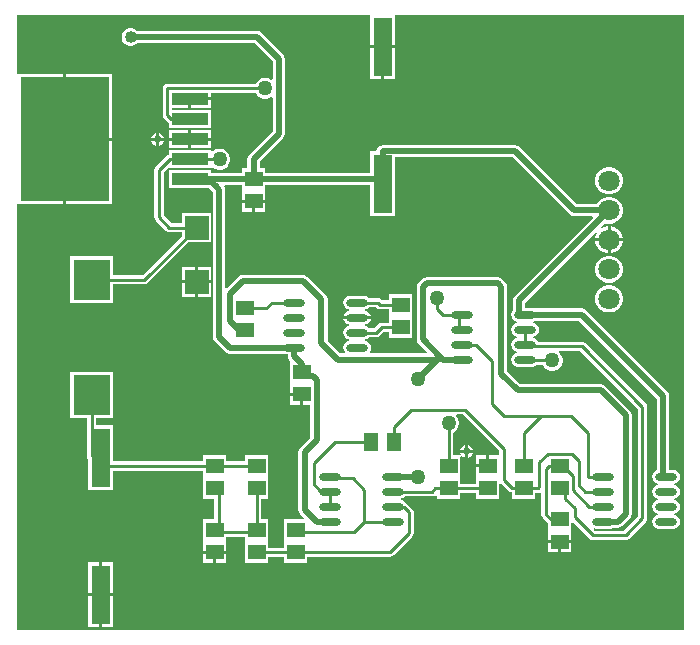
<source format=gtl>
G04*
G04 #@! TF.GenerationSoftware,Altium Limited,Altium Designer,22.0.2 (36)*
G04*
G04 Layer_Physical_Order=1*
G04 Layer_Color=255*
%FSLAX25Y25*%
%MOIN*%
G70*
G04*
G04 #@! TF.SameCoordinates,0D3B301A-5C7D-42CB-B649-B08759771362*
G04*
G04*
G04 #@! TF.FilePolarity,Positive*
G04*
G01*
G75*
%ADD11C,0.01000*%
%ADD16O,0.07343X0.02480*%
%ADD17R,0.05906X0.05118*%
%ADD18R,0.06299X0.19685*%
%ADD19R,0.12284X0.13480*%
%ADD20C,0.04000*%
%ADD21R,0.05118X0.05906*%
%ADD22R,0.29610X0.41600*%
%ADD23R,0.12137X0.04016*%
%ADD24R,0.07874X0.07874*%
%ADD37C,0.02000*%
%ADD38C,0.07087*%
%ADD39C,0.02362*%
%ADD40C,0.05000*%
G36*
X224951Y2549D02*
X2549D01*
Y143838D01*
X2695Y144277D01*
X3049Y144277D01*
X18000D01*
Y166077D01*
Y187877D01*
X3049D01*
X2695Y187877D01*
X2549Y188317D01*
Y207451D01*
X120350D01*
Y197412D01*
X124500D01*
X128650D01*
Y207451D01*
X224951D01*
Y2549D01*
D02*
G37*
%LPC*%
G36*
X128650Y196412D02*
X125000D01*
Y186069D01*
X128650D01*
Y196412D01*
D02*
G37*
G36*
X124000D02*
X120350D01*
Y186069D01*
X124000D01*
Y196412D01*
D02*
G37*
G36*
X40895Y203077D02*
X40105D01*
X39342Y202873D01*
X38658Y202478D01*
X38099Y201919D01*
X37704Y201235D01*
X37500Y200472D01*
Y199682D01*
X37704Y198919D01*
X38099Y198235D01*
X38658Y197677D01*
X39342Y197282D01*
X40105Y197077D01*
X40895D01*
X41658Y197282D01*
X42342Y197677D01*
X42704Y198038D01*
X81878D01*
X87861Y192055D01*
Y186153D01*
X87361Y185909D01*
X86751Y186261D01*
X85861Y186500D01*
X84939D01*
X84049Y186261D01*
X83251Y185801D01*
X82599Y185149D01*
X82241Y184529D01*
X52700D01*
X52115Y184413D01*
X51619Y184081D01*
X51287Y183585D01*
X51171Y183000D01*
Y174000D01*
X51287Y173415D01*
X51619Y172919D01*
X52849Y171689D01*
X53242Y171426D01*
Y169762D01*
X67379D01*
Y175778D01*
X54229D01*
Y176455D01*
X59810D01*
Y179463D01*
X60310D01*
Y179963D01*
X67379D01*
Y181471D01*
X82241D01*
X82599Y180851D01*
X83251Y180199D01*
X84049Y179738D01*
X84939Y179500D01*
X85861D01*
X86751Y179738D01*
X87361Y180091D01*
X87861Y179847D01*
Y168645D01*
X80058Y160842D01*
X79616Y160180D01*
X79461Y159400D01*
Y156376D01*
X77547D01*
Y154731D01*
X67379D01*
Y155699D01*
X53242D01*
Y149683D01*
X66586D01*
X67387Y148883D01*
X67387Y148883D01*
X67961Y148309D01*
Y100077D01*
X68116Y99297D01*
X68558Y98635D01*
X72058Y95135D01*
X72720Y94693D01*
X73500Y94538D01*
X91528D01*
X91634Y94467D01*
X92508Y94293D01*
X92900D01*
Y93761D01*
X93055Y92981D01*
X93352Y92536D01*
X93547Y92116D01*
Y85136D01*
X93547Y84998D01*
X93547D01*
Y84636D01*
X93547D01*
Y81577D01*
X97500D01*
Y81077D01*
X98000D01*
Y77518D01*
X100461D01*
Y66545D01*
X97058Y63142D01*
X96616Y62480D01*
X96461Y61700D01*
Y42577D01*
X96616Y41797D01*
X97058Y41135D01*
X98305Y39888D01*
X98114Y39426D01*
X91547D01*
Y32308D01*
X91547D01*
Y31946D01*
X91547D01*
Y29916D01*
X88950D01*
X88699Y29866D01*
X86453D01*
Y31758D01*
X86453Y31896D01*
Y32258D01*
X86453Y32396D01*
Y39376D01*
X84029D01*
Y46088D01*
X86453D01*
Y53068D01*
X86453Y53206D01*
Y53568D01*
X86453Y53706D01*
Y60686D01*
X78547D01*
Y58656D01*
X75450D01*
X75199Y58607D01*
X72453D01*
Y60636D01*
X64547D01*
Y58607D01*
X34650D01*
Y70677D01*
X29029D01*
Y73055D01*
X34642D01*
Y88536D01*
X20358D01*
Y73055D01*
X25971D01*
Y60335D01*
X26087Y59749D01*
X26350Y59355D01*
Y48992D01*
X34650D01*
Y55548D01*
X64547D01*
Y53656D01*
X64547Y53518D01*
Y53156D01*
X64547Y53018D01*
Y46038D01*
X68471D01*
Y39376D01*
X64547D01*
Y32396D01*
X64547Y32258D01*
Y31896D01*
X64547Y31758D01*
Y28837D01*
X68500D01*
X72453D01*
Y31758D01*
X72453Y31896D01*
Y32258D01*
X72453Y32396D01*
Y33471D01*
X78547D01*
Y32396D01*
X78547Y32258D01*
Y31896D01*
X78547Y31758D01*
Y24778D01*
X86453D01*
Y26808D01*
X88900D01*
X89151Y26858D01*
X91547D01*
Y24828D01*
X99453D01*
Y26858D01*
X127087D01*
X127672Y26974D01*
X128168Y27306D01*
X134381Y33519D01*
X134713Y34015D01*
X134829Y34600D01*
Y41700D01*
X134713Y42285D01*
X134381Y42781D01*
X132788Y44375D01*
X132545Y44538D01*
X132107Y45192D01*
X131366Y45687D01*
X130688Y45822D01*
Y46332D01*
X131366Y46467D01*
X132107Y46962D01*
X132164Y47048D01*
X141077D01*
X141663Y47164D01*
X142047Y47421D01*
X142547Y47246D01*
Y46038D01*
X150453D01*
Y48067D01*
X152900D01*
X153151Y48117D01*
X155547D01*
Y46088D01*
X163453D01*
Y51216D01*
X163808Y51370D01*
X163953Y51384D01*
X166552Y48785D01*
X167048Y48454D01*
X167547Y48355D01*
Y46088D01*
X175453D01*
Y48117D01*
X176214D01*
X176799Y48234D01*
X176971Y48348D01*
X177471Y48081D01*
Y40887D01*
X177587Y40302D01*
X177919Y39806D01*
X179419Y38306D01*
X179547Y38220D01*
Y35966D01*
X179547Y35828D01*
Y35466D01*
X179547Y35328D01*
Y32407D01*
X183500D01*
X187453D01*
Y35328D01*
X187453Y35466D01*
Y35828D01*
X187453Y35966D01*
Y38231D01*
X187915Y38422D01*
X193419Y32919D01*
X193915Y32587D01*
X194500Y32471D01*
X205500D01*
X206085Y32587D01*
X206581Y32919D01*
X212211Y38548D01*
X212543Y39044D01*
X212659Y39630D01*
Y76870D01*
X212543Y77456D01*
X212211Y77952D01*
X192081Y98081D01*
X191585Y98413D01*
X191000Y98529D01*
X176498D01*
X176107Y99115D01*
X175366Y99610D01*
X174688Y99745D01*
Y100255D01*
X175366Y100390D01*
X176107Y100885D01*
X176602Y101626D01*
X176776Y102500D01*
X176602Y103374D01*
X176107Y104115D01*
X175366Y104610D01*
X174688Y104745D01*
Y105255D01*
X175366Y105390D01*
X175588Y105538D01*
X190078D01*
X216061Y79555D01*
Y55671D01*
X215756Y55610D01*
X215015Y55115D01*
X214520Y54374D01*
X214346Y53500D01*
X214520Y52626D01*
X215015Y51885D01*
X215756Y51390D01*
X216434Y51255D01*
Y50745D01*
X215756Y50610D01*
X215015Y50115D01*
X214520Y49374D01*
X214346Y48500D01*
X214520Y47626D01*
X215015Y46885D01*
X215756Y46390D01*
X216434Y46255D01*
Y45745D01*
X215756Y45610D01*
X215015Y45115D01*
X214520Y44374D01*
X214346Y43500D01*
X214520Y42626D01*
X215015Y41885D01*
X215756Y41390D01*
X216434Y41255D01*
Y40745D01*
X215756Y40610D01*
X215015Y40115D01*
X214520Y39374D01*
X214346Y38500D01*
X214520Y37626D01*
X215015Y36885D01*
X215756Y36390D01*
X216630Y36216D01*
X221492D01*
X222366Y36390D01*
X223107Y36885D01*
X223602Y37626D01*
X223776Y38500D01*
X223602Y39374D01*
X223107Y40115D01*
X222366Y40610D01*
X221688Y40745D01*
Y41255D01*
X222366Y41390D01*
X223107Y41885D01*
X223602Y42626D01*
X223776Y43500D01*
X223602Y44374D01*
X223107Y45115D01*
X222366Y45610D01*
X221688Y45745D01*
Y46255D01*
X222366Y46390D01*
X223107Y46885D01*
X223602Y47626D01*
X223776Y48500D01*
X223602Y49374D01*
X223107Y50115D01*
X222366Y50610D01*
X221688Y50745D01*
Y51255D01*
X222366Y51390D01*
X223107Y51885D01*
X223602Y52626D01*
X223776Y53500D01*
X223602Y54374D01*
X223107Y55115D01*
X222366Y55610D01*
X221492Y55784D01*
X220139D01*
Y80400D01*
X219984Y81180D01*
X219542Y81842D01*
X219542Y81842D01*
X192365Y109019D01*
X191703Y109461D01*
X190923Y109616D01*
X175335D01*
X174492Y109784D01*
X172039D01*
Y111498D01*
X195727Y135186D01*
X196127Y134879D01*
X195766Y134254D01*
X195457Y133098D01*
Y133000D01*
X199500D01*
Y137043D01*
X199402D01*
X198246Y136734D01*
X197621Y136373D01*
X197314Y136773D01*
X198565Y138024D01*
X199402Y137799D01*
X200598D01*
X201754Y138109D01*
X202790Y138707D01*
X203636Y139553D01*
X204234Y140589D01*
X204543Y141744D01*
Y142941D01*
X204234Y144096D01*
X203636Y145132D01*
X202790Y145978D01*
X201754Y146576D01*
X200598Y146886D01*
X199402D01*
X198246Y146576D01*
X197210Y145978D01*
X196364Y145132D01*
X195931Y144382D01*
X189302D01*
X170242Y163442D01*
X169580Y163884D01*
X168800Y164039D01*
X124500D01*
X123720Y163884D01*
X123058Y163442D01*
X122616Y162780D01*
X122478Y162085D01*
X120350D01*
Y154856D01*
X85453D01*
Y156376D01*
X83539D01*
Y158555D01*
X91342Y166358D01*
X91784Y167020D01*
X91939Y167800D01*
Y192900D01*
X91784Y193680D01*
X91342Y194342D01*
X84165Y201519D01*
X83503Y201961D01*
X82723Y202116D01*
X42704D01*
X42342Y202478D01*
X41658Y202873D01*
X40895Y203077D01*
D02*
G37*
G36*
X67379Y178963D02*
X60810D01*
Y176455D01*
X67379D01*
Y178963D01*
D02*
G37*
G36*
Y169085D02*
X60810D01*
Y166577D01*
X67379D01*
Y169085D01*
D02*
G37*
G36*
X59810D02*
X53242D01*
Y166577D01*
X59810D01*
Y169085D01*
D02*
G37*
G36*
X19000Y187877D02*
Y166577D01*
X34305D01*
Y187877D01*
X19000D01*
D02*
G37*
G36*
X50000Y168154D02*
Y166500D01*
X51654D01*
X51349Y167236D01*
X50735Y167849D01*
X50000Y168154D01*
D02*
G37*
G36*
X49000D02*
X48265Y167849D01*
X47651Y167236D01*
X47346Y166500D01*
X49000D01*
Y168154D01*
D02*
G37*
G36*
X51654Y165500D02*
X50000D01*
Y163846D01*
X50735Y164151D01*
X51349Y164764D01*
X51654Y165500D01*
D02*
G37*
G36*
X49000D02*
X47346D01*
X47651Y164764D01*
X48265Y164151D01*
X49000Y163846D01*
Y165500D01*
D02*
G37*
G36*
X67379Y165577D02*
X60810D01*
Y163069D01*
X67379D01*
Y165577D01*
D02*
G37*
G36*
X59810D02*
X53242D01*
Y163069D01*
X59810D01*
Y165577D01*
D02*
G37*
G36*
X70661Y162884D02*
X69739D01*
X68849Y162646D01*
X68051Y162185D01*
X67879Y162013D01*
X67379Y162220D01*
Y162392D01*
X53242D01*
Y160862D01*
X52915Y160797D01*
X52419Y160466D01*
X48919Y156966D01*
X48587Y156470D01*
X48471Y155884D01*
Y140000D01*
X48587Y139415D01*
X48919Y138919D01*
X52364Y135474D01*
X52860Y135142D01*
X53445Y135026D01*
X57563D01*
Y133781D01*
X44516Y120734D01*
X34642D01*
Y126945D01*
X20358D01*
Y111465D01*
X34642D01*
Y117675D01*
X45150D01*
X45735Y117792D01*
X46231Y118123D01*
X59726Y131618D01*
X67437D01*
Y141492D01*
X57563D01*
Y138084D01*
X54079D01*
X51529Y140633D01*
Y155251D01*
X52827Y156548D01*
X53242Y156376D01*
Y156376D01*
X67379D01*
Y156548D01*
X67879Y156755D01*
X68051Y156583D01*
X68849Y156123D01*
X69739Y155884D01*
X70661D01*
X71551Y156123D01*
X72349Y156583D01*
X73001Y157235D01*
X73462Y158033D01*
X73700Y158923D01*
Y159845D01*
X73462Y160735D01*
X73001Y161533D01*
X72349Y162185D01*
X71551Y162646D01*
X70661Y162884D01*
D02*
G37*
G36*
X200598Y156728D02*
X199402D01*
X198246Y156419D01*
X197210Y155821D01*
X196364Y154975D01*
X195766Y153939D01*
X195457Y152783D01*
Y151587D01*
X195766Y150431D01*
X196364Y149395D01*
X197210Y148549D01*
X198246Y147951D01*
X199402Y147642D01*
X200598D01*
X201754Y147951D01*
X202790Y148549D01*
X203636Y149395D01*
X204234Y150431D01*
X204543Y151587D01*
Y152783D01*
X204234Y153939D01*
X203636Y154975D01*
X202790Y155821D01*
X201754Y156419D01*
X200598Y156728D01*
D02*
G37*
G36*
X34305Y165577D02*
X19000D01*
Y144277D01*
X34305D01*
Y165577D01*
D02*
G37*
G36*
X200598Y137043D02*
X200500D01*
Y133000D01*
X204543D01*
Y133098D01*
X204234Y134254D01*
X203636Y135290D01*
X202790Y136135D01*
X201754Y136734D01*
X200598Y137043D01*
D02*
G37*
G36*
X204543Y132000D02*
X200500D01*
Y127957D01*
X200598D01*
X201754Y128266D01*
X202790Y128865D01*
X203636Y129710D01*
X204234Y130746D01*
X204543Y131902D01*
Y132000D01*
D02*
G37*
G36*
X199500D02*
X195457D01*
Y131902D01*
X195766Y130746D01*
X196364Y129710D01*
X197210Y128865D01*
X198246Y128266D01*
X199402Y127957D01*
X199500D01*
Y132000D01*
D02*
G37*
G36*
X67437Y123382D02*
X63000D01*
Y118945D01*
X67437D01*
Y123382D01*
D02*
G37*
G36*
X62000D02*
X57563D01*
Y118945D01*
X62000D01*
Y123382D01*
D02*
G37*
G36*
X200598Y127201D02*
X199402D01*
X198246Y126891D01*
X197210Y126293D01*
X196364Y125447D01*
X195766Y124411D01*
X195457Y123256D01*
Y122060D01*
X195766Y120904D01*
X196364Y119868D01*
X197210Y119022D01*
X198246Y118424D01*
X199402Y118114D01*
X200598D01*
X201754Y118424D01*
X202790Y119022D01*
X203636Y119868D01*
X204234Y120904D01*
X204543Y122060D01*
Y123256D01*
X204234Y124411D01*
X203636Y125447D01*
X202790Y126293D01*
X201754Y126891D01*
X200598Y127201D01*
D02*
G37*
G36*
X67437Y117945D02*
X63000D01*
Y113508D01*
X67437D01*
Y117945D01*
D02*
G37*
G36*
X62000D02*
X57563D01*
Y113508D01*
X62000D01*
Y117945D01*
D02*
G37*
G36*
X200598Y117358D02*
X199402D01*
X198246Y117049D01*
X197210Y116451D01*
X196364Y115605D01*
X195766Y114569D01*
X195457Y113413D01*
Y112217D01*
X195766Y111061D01*
X196364Y110025D01*
X197210Y109179D01*
X198246Y108581D01*
X199402Y108272D01*
X200598D01*
X201754Y108581D01*
X202790Y109179D01*
X203636Y110025D01*
X204234Y111061D01*
X204543Y112217D01*
Y113413D01*
X204234Y114569D01*
X203636Y115605D01*
X202790Y116451D01*
X201754Y117049D01*
X200598Y117358D01*
D02*
G37*
G36*
X97000Y80577D02*
X93547D01*
Y77518D01*
X97000D01*
Y80577D01*
D02*
G37*
G36*
X187453Y31407D02*
X184000D01*
Y28348D01*
X187453D01*
Y31407D01*
D02*
G37*
G36*
X183000D02*
X179547D01*
Y28348D01*
X183000D01*
Y31407D01*
D02*
G37*
G36*
X72453Y27837D02*
X69000D01*
Y24778D01*
X72453D01*
Y27837D01*
D02*
G37*
G36*
X68000D02*
X64547D01*
Y24778D01*
X68000D01*
Y27837D01*
D02*
G37*
G36*
X34650Y25008D02*
X31000D01*
Y14665D01*
X34650D01*
Y25008D01*
D02*
G37*
G36*
X30000D02*
X26350D01*
Y14665D01*
X30000D01*
Y25008D01*
D02*
G37*
G36*
X34650Y13666D02*
X31000D01*
Y3323D01*
X34650D01*
Y13666D01*
D02*
G37*
G36*
X30000D02*
X26350D01*
Y3323D01*
X30000D01*
Y13666D01*
D02*
G37*
%LPD*%
G36*
X187015Y140901D02*
X187677Y140459D01*
X188457Y140303D01*
X194424D01*
X194615Y139841D01*
X168558Y113785D01*
X168116Y113123D01*
X167961Y112343D01*
Y109034D01*
X167520Y108374D01*
X167346Y107500D01*
X167520Y106626D01*
X168015Y105885D01*
X168756Y105390D01*
X169434Y105255D01*
Y104745D01*
X168756Y104610D01*
X168015Y104115D01*
X167520Y103374D01*
X167346Y102500D01*
X167520Y101626D01*
X168015Y100885D01*
X168756Y100390D01*
X169434Y100255D01*
Y99745D01*
X168756Y99610D01*
X168015Y99115D01*
X167520Y98374D01*
X167346Y97500D01*
X167520Y96626D01*
X168015Y95885D01*
X168756Y95390D01*
X169434Y95255D01*
Y94745D01*
X168756Y94610D01*
X168015Y94115D01*
X167520Y93374D01*
X167346Y92500D01*
X167520Y91626D01*
X168015Y90885D01*
X168756Y90390D01*
X169630Y90216D01*
X174492D01*
X175366Y90390D01*
X175878Y90732D01*
X177858D01*
X178216Y90112D01*
X178867Y89461D01*
X179665Y89000D01*
X180555Y88761D01*
X181477D01*
X182367Y89000D01*
X183165Y89461D01*
X183817Y90112D01*
X184278Y90910D01*
X184516Y91800D01*
Y92722D01*
X184278Y93612D01*
X183817Y94410D01*
X183256Y94971D01*
X183386Y95471D01*
X190366D01*
X209600Y76237D01*
Y40263D01*
X204867Y35529D01*
X195166D01*
X194907Y35855D01*
X195136Y36290D01*
X195508Y36216D01*
X200370D01*
X201244Y36390D01*
X201350Y36461D01*
X203000D01*
X203780Y36616D01*
X204442Y37058D01*
X206942Y39558D01*
X207384Y40220D01*
X207539Y41000D01*
Y74000D01*
X207384Y74780D01*
X206942Y75442D01*
X198642Y83742D01*
X197980Y84184D01*
X197200Y84339D01*
X170345D01*
X166039Y88645D01*
Y116828D01*
X165884Y117609D01*
X165442Y118270D01*
X165442Y118270D01*
X164270Y119442D01*
X163609Y119884D01*
X162828Y120039D01*
X139172D01*
X138391Y119884D01*
X137730Y119442D01*
X137730Y119442D01*
X136558Y118270D01*
X136116Y117609D01*
X135961Y116828D01*
Y99277D01*
X136116Y98497D01*
X136558Y97835D01*
X139315Y95078D01*
X139124Y94616D01*
X120421D01*
X120210Y95116D01*
X120602Y95703D01*
X120776Y96577D01*
X120602Y97451D01*
X120107Y98192D01*
X119366Y98687D01*
X118688Y98822D01*
Y99332D01*
X119366Y99467D01*
X120107Y99962D01*
X120164Y100048D01*
X122400D01*
X122985Y100164D01*
X123481Y100496D01*
X124793Y101808D01*
X126547D01*
Y99778D01*
X134453D01*
Y106758D01*
X134453Y106896D01*
Y107258D01*
X134453Y107396D01*
Y114376D01*
X126547D01*
Y112347D01*
X124293D01*
X123981Y112659D01*
X123485Y112990D01*
X122900Y113107D01*
X120164D01*
X120107Y113192D01*
X119366Y113687D01*
X118492Y113861D01*
X113630D01*
X112756Y113687D01*
X112015Y113192D01*
X111520Y112451D01*
X111346Y111577D01*
X111520Y110703D01*
X112015Y109962D01*
X112756Y109467D01*
X113434Y109332D01*
Y108822D01*
X112756Y108687D01*
X112015Y108192D01*
X111520Y107451D01*
X111445Y107077D01*
X116061D01*
X120677D01*
X120602Y107451D01*
X120107Y108192D01*
X119366Y108687D01*
X118688Y108822D01*
Y109332D01*
X119366Y109467D01*
X120107Y109962D01*
X120164Y110048D01*
X122266D01*
X122579Y109736D01*
X123075Y109404D01*
X123660Y109288D01*
X126547D01*
Y107396D01*
X126547Y107258D01*
Y106896D01*
X126547Y106758D01*
Y104866D01*
X124160D01*
X123574Y104750D01*
X123078Y104418D01*
X121766Y103107D01*
X120164D01*
X120107Y103192D01*
X119366Y103687D01*
X118688Y103822D01*
Y104332D01*
X119366Y104467D01*
X120107Y104962D01*
X120602Y105703D01*
X120677Y106077D01*
X116061D01*
X111445D01*
X111520Y105703D01*
X112015Y104962D01*
X112756Y104467D01*
X113434Y104332D01*
Y103822D01*
X112756Y103687D01*
X112015Y103192D01*
X111520Y102451D01*
X111346Y101577D01*
X111520Y100703D01*
X112015Y99962D01*
X112756Y99467D01*
X113434Y99332D01*
Y98822D01*
X112756Y98687D01*
X112015Y98192D01*
X111520Y97451D01*
X111346Y96577D01*
X111520Y95703D01*
X111912Y95116D01*
X111701Y94616D01*
X110345D01*
X106162Y98799D01*
Y112677D01*
X106162Y112677D01*
X106007Y113458D01*
X105565Y114119D01*
X99442Y120242D01*
X98780Y120684D01*
X98000Y120839D01*
X77900D01*
X77120Y120684D01*
X76458Y120242D01*
X72539Y116323D01*
X72039Y116530D01*
Y149153D01*
X71884Y149934D01*
X71738Y150152D01*
X71774Y150301D01*
X72005Y150652D01*
X77547D01*
Y149396D01*
X77547Y149258D01*
Y148896D01*
X77547Y148758D01*
Y145837D01*
X81500D01*
X85453D01*
Y148758D01*
X85453Y148896D01*
Y149258D01*
X85453Y149396D01*
Y150778D01*
X120350D01*
Y140400D01*
X128650D01*
Y159961D01*
X167955D01*
X187015Y140901D01*
D02*
G37*
G36*
X163471Y62266D02*
Y61179D01*
X163453Y60686D01*
X162971Y60686D01*
X160000D01*
Y57127D01*
X159500D01*
Y56627D01*
X155547D01*
Y53706D01*
X155547Y53568D01*
Y53206D01*
X155547Y53068D01*
Y51176D01*
X152950D01*
X152699Y51126D01*
X150453D01*
Y53018D01*
X150453Y53156D01*
Y53518D01*
X150453Y53656D01*
Y60256D01*
X150953Y60463D01*
X151265Y60151D01*
X152000Y59846D01*
Y61500D01*
X150346D01*
X150506Y61114D01*
X150163Y60636D01*
X148029D01*
Y68242D01*
X148649Y68599D01*
X149301Y69251D01*
X149761Y70049D01*
X150000Y70939D01*
Y71861D01*
X149761Y72751D01*
X149301Y73549D01*
X148979Y73871D01*
X149186Y74371D01*
X151366D01*
X163471Y62266D01*
D02*
G37*
%LPC*%
G36*
X85453Y144837D02*
X82000D01*
Y141778D01*
X85453D01*
Y144837D01*
D02*
G37*
G36*
X81000D02*
X77547D01*
Y141778D01*
X81000D01*
Y144837D01*
D02*
G37*
G36*
X153000Y64154D02*
Y62500D01*
X154654D01*
X154349Y63235D01*
X153735Y63849D01*
X153000Y64154D01*
D02*
G37*
G36*
X152000D02*
X151265Y63849D01*
X150651Y63235D01*
X150346Y62500D01*
X152000D01*
Y64154D01*
D02*
G37*
G36*
X154654Y61500D02*
X153000D01*
Y59846D01*
X153735Y60151D01*
X154349Y60764D01*
X154654Y61500D01*
D02*
G37*
G36*
X159000Y60686D02*
X155547D01*
Y57627D01*
X159000D01*
Y60686D01*
D02*
G37*
%LPD*%
D11*
X191000Y97000D02*
X211130Y76870D01*
X205500Y34000D02*
X211130Y39630D01*
Y76870D01*
X185327Y46174D02*
X188500Y43000D01*
Y40000D02*
X194500Y34000D01*
X188500Y40000D02*
Y43000D01*
X194500Y34000D02*
X205500D01*
X183500Y49647D02*
X185327Y47820D01*
Y46174D02*
Y47820D01*
X142500Y113000D02*
X142614Y112886D01*
Y109586D02*
Y112886D01*
Y109586D02*
X144623Y107577D01*
X172300Y92261D02*
X181016D01*
X172061Y92500D02*
X172300Y92261D01*
X172061Y97500D02*
Y102500D01*
X173036Y97217D02*
X175601D01*
X175818Y97000D02*
X191000D01*
X172819D02*
X173036Y97217D01*
X175601D02*
X175818Y97000D01*
X118400Y38577D02*
Y49100D01*
X114500Y53000D02*
X118400Y49100D01*
X110348Y53000D02*
X114500D01*
X106939Y53577D02*
X109771D01*
X110348Y53000D01*
X103462Y49222D02*
X104107Y48577D01*
X106939D01*
X103278Y49222D02*
X103462D01*
X101500Y51000D02*
X103278Y49222D01*
X101500Y51000D02*
Y58000D01*
X108577Y65077D01*
X120760D01*
X106939Y43577D02*
Y48577D01*
X114823Y35000D02*
X118400Y38577D01*
X82500Y35817D02*
Y49647D01*
X148939Y102577D02*
X149316D01*
X144623Y107577D02*
X149316D01*
Y102577D02*
X150000Y103261D01*
X149316Y107577D02*
X150000Y106893D01*
Y103261D02*
Y106893D01*
X27500Y60335D02*
X30757Y57077D01*
X68500D01*
X27500Y60335D02*
Y80795D01*
X81683Y35000D02*
X82500Y35817D01*
X69317Y35000D02*
X81683D01*
X68500Y35817D02*
X69317Y35000D01*
X68500Y35817D02*
X70000Y37317D01*
X68500Y49597D02*
X70000Y48097D01*
Y37317D02*
Y48097D01*
X95500Y35867D02*
X96367Y35000D01*
X114823D01*
X128344Y43294D02*
X131706D01*
X133300Y41700D01*
Y34600D02*
Y41700D01*
X128061Y43577D02*
X128344Y43294D01*
X142097Y49597D02*
X152900D01*
X141077Y48577D02*
X142097Y49597D01*
X128061Y48577D02*
X141077D01*
X171280Y49867D02*
X171500Y49647D01*
X165000Y52500D02*
X167633Y49867D01*
X165000Y52500D02*
Y62900D01*
X167633Y49867D02*
X171280D01*
X152000Y75900D02*
X165000Y62900D01*
X171894Y49647D02*
X176214D01*
X176800Y50233D01*
Y58500D01*
X50000Y155884D02*
X53500Y159384D01*
X50000Y140000D02*
X53445Y136555D01*
X50000Y140000D02*
Y155884D01*
X53445Y136555D02*
X62500D01*
X193100Y53577D02*
Y68000D01*
X165100Y73900D02*
X177400D01*
X27500Y119205D02*
X45150D01*
X62500Y136555D01*
X60310Y159384D02*
X70200D01*
X146500Y57077D02*
Y71400D01*
X148939Y97577D02*
X155523D01*
X161100Y92000D01*
Y77900D02*
Y92000D01*
Y77900D02*
X165100Y73900D01*
X187200D02*
X193100Y68000D01*
X128240Y65077D02*
Y70000D01*
X134140Y75900D01*
X152000D01*
X176800Y58500D02*
X179500Y61200D01*
X187500D01*
X190000Y58700D01*
Y50600D02*
Y58700D01*
Y50600D02*
X192023Y48577D01*
X196939D01*
X87560Y111577D02*
X94939D01*
X85800Y109817D02*
X87560Y111577D01*
X78500Y109817D02*
X85800D01*
X183500Y57127D02*
X184626D01*
X187953Y53800D01*
Y48924D02*
Y53800D01*
Y48924D02*
X193300Y43577D01*
X196939D01*
X95500Y28387D02*
X127087D01*
X133300Y34600D01*
X52700Y183000D02*
X85400D01*
X52700Y174000D02*
Y183000D01*
Y174000D02*
X53930Y172770D01*
X60310D01*
X180127Y57127D02*
X183500D01*
X179000Y56000D02*
X180127Y57127D01*
X179000Y40887D02*
Y56000D01*
Y40887D02*
X180500Y39387D01*
X183500D01*
X171500Y57127D02*
Y68000D01*
X177400Y73900D01*
X187200D01*
X193100Y53577D02*
X196939D01*
X53500Y159384D02*
X60310D01*
X75450Y57127D02*
X82500D01*
X75400Y57077D02*
X75450Y57127D01*
X68500Y57077D02*
X75400D01*
X118400Y38577D02*
X128061D01*
X88950Y28387D02*
X95500D01*
X88900Y28337D02*
X88950Y28387D01*
X82500Y28337D02*
X88900D01*
X124160Y103337D02*
X130500D01*
X122400Y101577D02*
X124160Y103337D01*
X116061Y101577D02*
X122400D01*
X123660Y110817D02*
X130500D01*
X122900Y111577D02*
X123660Y110817D01*
X116061Y111577D02*
X122900D01*
X152950Y49647D02*
X159500D01*
X152900Y49597D02*
X152950Y49647D01*
D16*
X150939Y107500D02*
D03*
Y102500D02*
D03*
Y97500D02*
D03*
Y92500D02*
D03*
X172061Y107500D02*
D03*
Y102500D02*
D03*
Y97500D02*
D03*
Y92500D02*
D03*
X128061Y38577D02*
D03*
Y43577D02*
D03*
Y48577D02*
D03*
Y53577D02*
D03*
X106939Y38577D02*
D03*
Y43577D02*
D03*
Y48577D02*
D03*
Y53577D02*
D03*
X197939Y53500D02*
D03*
Y48500D02*
D03*
Y43500D02*
D03*
Y38500D02*
D03*
X219061Y53500D02*
D03*
Y48500D02*
D03*
Y43500D02*
D03*
Y38500D02*
D03*
X116061Y96577D02*
D03*
Y101577D02*
D03*
Y106577D02*
D03*
Y111577D02*
D03*
X94939Y96577D02*
D03*
Y101577D02*
D03*
Y106577D02*
D03*
Y111577D02*
D03*
D17*
X97500Y88557D02*
D03*
Y81077D02*
D03*
X183500Y31907D02*
D03*
Y39387D02*
D03*
X146500Y49597D02*
D03*
Y57077D02*
D03*
X95500Y35867D02*
D03*
Y28387D02*
D03*
X82500Y28337D02*
D03*
Y35817D02*
D03*
X68500Y28337D02*
D03*
Y35817D02*
D03*
X130500Y110817D02*
D03*
Y103337D02*
D03*
X78500Y102337D02*
D03*
Y109817D02*
D03*
X171500Y49647D02*
D03*
Y57127D02*
D03*
X183500Y49647D02*
D03*
Y57127D02*
D03*
X159500Y49647D02*
D03*
Y57127D02*
D03*
X68500Y57077D02*
D03*
Y49597D02*
D03*
X81500Y145337D02*
D03*
Y152817D02*
D03*
X82500Y49647D02*
D03*
Y57127D02*
D03*
D18*
X30500Y14165D02*
D03*
Y59835D02*
D03*
X124500Y196912D02*
D03*
Y151243D02*
D03*
D19*
X27500Y119205D02*
D03*
Y80795D02*
D03*
D20*
X40500Y200077D02*
D03*
D21*
X120760Y65077D02*
D03*
X128240D02*
D03*
D22*
X18500Y166077D02*
D03*
D23*
X60310Y179463D02*
D03*
Y172770D02*
D03*
Y166077D02*
D03*
Y159384D02*
D03*
Y152691D02*
D03*
D24*
X62500Y118445D02*
D03*
Y136555D02*
D03*
D37*
X203000Y38500D02*
X205500Y41000D01*
X197939Y38500D02*
X203000D01*
X169500Y82300D02*
X197200D01*
X205500Y74000D01*
Y41000D02*
Y74000D01*
X138000Y116828D02*
X139172Y118000D01*
X162828D01*
X138000Y99277D02*
Y116828D01*
X164000Y87800D02*
Y116828D01*
X162828Y118000D02*
X164000Y116828D01*
X98500Y42577D02*
X102500Y38577D01*
X98500Y61700D02*
X102500Y65700D01*
X98500Y42577D02*
Y61700D01*
X99059Y86998D02*
X101328D01*
X102500Y65700D02*
Y85827D01*
X97500Y88557D02*
X99059Y86998D01*
X101328D02*
X102500Y85827D01*
X82723Y200077D02*
X89900Y192900D01*
X40500Y200077D02*
X82723D01*
X138000Y99277D02*
X143739Y93539D01*
X60310Y152691D02*
X81374D01*
X64371D02*
X65317Y151745D01*
X67408D01*
X68828Y150325D01*
X81500Y152817D02*
X122925D01*
X124500Y151243D01*
X68828Y150325D02*
X68828D01*
X70000Y149153D01*
Y100077D02*
Y149153D01*
Y100077D02*
X73500Y96577D01*
X142777Y92577D02*
X143739Y93539D01*
X136400Y86200D02*
X142777Y92577D01*
X143739Y93539D02*
X144700Y92577D01*
X148939D01*
X109500D02*
X142777D01*
X124500Y162000D02*
X168800D01*
X170000Y107577D02*
Y112343D01*
X218100Y53577D02*
Y80400D01*
X76740Y102337D02*
X78500D01*
X73500Y105577D02*
X76740Y102337D01*
X73500Y105577D02*
Y114400D01*
X77900Y118800D01*
X98000D01*
X104123Y112677D01*
Y97954D02*
Y112677D01*
Y97954D02*
X109500Y92577D01*
X128061Y53577D02*
X136400D01*
X73500Y96577D02*
X94939D01*
X188457Y142343D02*
X200000D01*
X168800Y162000D02*
X188457Y142343D01*
X124500Y151243D02*
Y162000D01*
X102500Y38577D02*
X106939D01*
X218061Y53577D02*
X218100D01*
X190923Y107577D02*
X218100Y80400D01*
X170061Y107577D02*
X190923D01*
X164000Y87800D02*
X169500Y82300D01*
X89900Y167800D02*
Y192900D01*
X81500Y159400D02*
X89900Y167800D01*
X81500Y152817D02*
Y159400D01*
X170000Y107577D02*
X170061D01*
X170000Y112343D02*
X200000Y142343D01*
X94939Y93761D02*
Y96577D01*
Y93761D02*
X97500Y91200D01*
Y88557D02*
Y91200D01*
D38*
X200000Y112815D02*
D03*
Y122658D02*
D03*
Y132500D02*
D03*
Y142343D02*
D03*
Y152185D02*
D03*
D39*
X152500Y62000D02*
D03*
X49500Y166000D02*
D03*
X81500Y145837D02*
D03*
D40*
X142500Y113000D02*
D03*
X181016Y92261D02*
D03*
X136400Y53577D02*
D03*
Y86200D02*
D03*
X70200Y159384D02*
D03*
X146500Y71400D02*
D03*
X85400Y183000D02*
D03*
M02*

</source>
